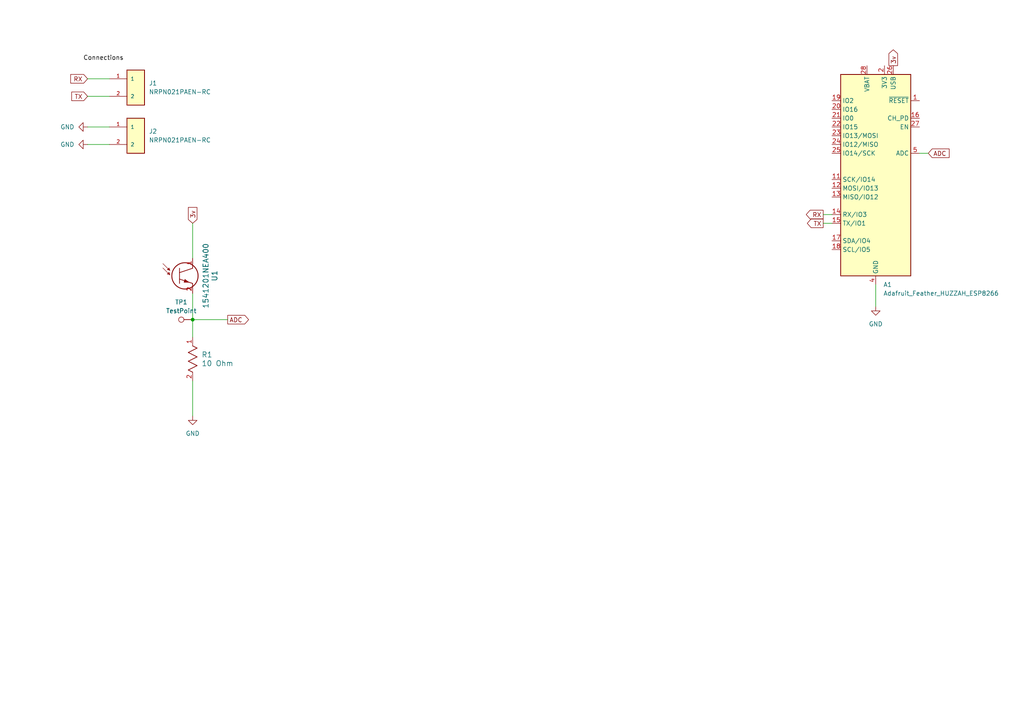
<source format=kicad_sch>
(kicad_sch (version 20230121) (generator eeschema)

  (uuid 7c129059-1ce8-4772-8b12-cd8ce9e96786)

  (paper "A4")

  (lib_symbols
    (symbol "2023-11-14_20-33-36:1541201NEA400" (pin_names (offset 0.254)) (in_bom yes) (on_board yes)
      (property "Reference" "U" (at 2.54 -2.54 0)
        (effects (font (size 1.524 1.524)))
      )
      (property "Value" "1541201NEA400" (at 2.54 -7.62 0)
        (effects (font (size 1.524 1.524)))
      )
      (property "Footprint" "1541201NEA400_WRE" (at 0 0 0)
        (effects (font (size 1.27 1.27) italic) hide)
      )
      (property "Datasheet" "1541201NEA400" (at 0 0 0)
        (effects (font (size 1.27 1.27) italic) hide)
      )
      (property "ki_locked" "" (at 0 0 0)
        (effects (font (size 1.27 1.27)))
      )
      (property "ki_keywords" "1541201NEA400" (at 0 0 0)
        (effects (font (size 1.27 1.27)) hide)
      )
      (property "ki_fp_filters" "1541201NEA400_WRE 1541201NEA400_WRE-M 1541201NEA400_WRE-L" (at 0 0 0)
        (effects (font (size 1.27 1.27)) hide)
      )
      (symbol "1541201NEA400_0_1"
        (circle (center -2.2352 -5.08) (radius 3.81)
          (stroke (width 0.254) (type default))
          (fill (type none))
        )
        (polyline
          (pts
            (xy -6.858 -4.572)
            (xy -8.636 -2.794)
          )
          (stroke (width 0.127) (type default))
          (fill (type none))
        )
        (polyline
          (pts
            (xy -6.858 -3.302)
            (xy -8.636 -1.524)
          )
          (stroke (width 0.127) (type default))
          (fill (type none))
        )
        (polyline
          (pts
            (xy -3.81 -7.2898)
            (xy -3.81 -2.8702)
          )
          (stroke (width 0.2032) (type default))
          (fill (type none))
        )
        (polyline
          (pts
            (xy -3.81 -6.0198)
            (xy 0 -7.2898)
          )
          (stroke (width 0.2032) (type default))
          (fill (type none))
        )
        (polyline
          (pts
            (xy -3.81 -4.1402)
            (xy 0 -2.8702)
          )
          (stroke (width 0.2032) (type default))
          (fill (type none))
        )
        (polyline
          (pts
            (xy 0 -7.62)
            (xy 0 -7.2898)
          )
          (stroke (width 0.2032) (type default))
          (fill (type none))
        )
        (polyline
          (pts
            (xy 0 -2.8702)
            (xy 0 -2.54)
          )
          (stroke (width 0.2032) (type default))
          (fill (type none))
        )
        (polyline
          (pts
            (xy -6.604 -4.826)
            (xy -6.858 -4.064)
            (xy -7.366 -4.572)
          )
          (stroke (width 0) (type default))
          (fill (type outline))
        )
        (polyline
          (pts
            (xy -6.604 -3.556)
            (xy -6.858 -2.794)
            (xy -7.366 -3.302)
          )
          (stroke (width 0) (type default))
          (fill (type outline))
        )
        (polyline
          (pts
            (xy -2.2352 -6.0198)
            (xy -2.54 -6.985)
            (xy -0.9652 -6.985)
          )
          (stroke (width 0.0254) (type default))
          (fill (type outline))
        )
        (pin unspecified line (at 0 0 270) (length 2.54)
          (name "" (effects (font (size 1.27 1.27))))
          (number "1" (effects (font (size 1.27 1.27))))
        )
        (pin unspecified line (at 0 -10.16 90) (length 2.54)
          (name "" (effects (font (size 1.27 1.27))))
          (number "2" (effects (font (size 1.27 1.27))))
        )
      )
    )
    (symbol "2023-11-14_20-57-52:RMCF2512JT10R0" (pin_names (offset 0.254)) (in_bom yes) (on_board yes)
      (property "Reference" "R" (at 5.715 3.81 0)
        (effects (font (size 1.524 1.524)))
      )
      (property "Value" "RMCF2512JT10R0" (at 6.35 -3.81 0)
        (effects (font (size 1.524 1.524)))
      )
      (property "Footprint" "STA_RMCF2512_STP" (at 0 0 0)
        (effects (font (size 1.27 1.27) italic) hide)
      )
      (property "Datasheet" "RMCF2512JT10R0" (at 0 0 0)
        (effects (font (size 1.27 1.27) italic) hide)
      )
      (property "ki_locked" "" (at 0 0 0)
        (effects (font (size 1.27 1.27)))
      )
      (property "ki_keywords" "RMCF2512JT10R0" (at 0 0 0)
        (effects (font (size 1.27 1.27)) hide)
      )
      (property "ki_fp_filters" "STA_RMCF2512_STP STA_RMCF2512_STP-M STA_RMCF2512_STP-L" (at 0 0 0)
        (effects (font (size 1.27 1.27)) hide)
      )
      (symbol "RMCF2512JT10R0_1_1"
        (polyline
          (pts
            (xy 2.54 0)
            (xy 3.175 1.27)
          )
          (stroke (width 0.2032) (type default))
          (fill (type none))
        )
        (polyline
          (pts
            (xy 3.175 1.27)
            (xy 4.445 -1.27)
          )
          (stroke (width 0.2032) (type default))
          (fill (type none))
        )
        (polyline
          (pts
            (xy 4.445 -1.27)
            (xy 5.715 1.27)
          )
          (stroke (width 0.2032) (type default))
          (fill (type none))
        )
        (polyline
          (pts
            (xy 5.715 1.27)
            (xy 6.985 -1.27)
          )
          (stroke (width 0.2032) (type default))
          (fill (type none))
        )
        (polyline
          (pts
            (xy 6.985 -1.27)
            (xy 8.255 1.27)
          )
          (stroke (width 0.2032) (type default))
          (fill (type none))
        )
        (polyline
          (pts
            (xy 8.255 1.27)
            (xy 9.525 -1.27)
          )
          (stroke (width 0.2032) (type default))
          (fill (type none))
        )
        (polyline
          (pts
            (xy 9.525 -1.27)
            (xy 10.16 0)
          )
          (stroke (width 0.2032) (type default))
          (fill (type none))
        )
        (pin unspecified line (at 0 0 0) (length 2.54)
          (name "" (effects (font (size 1.27 1.27))))
          (number "1" (effects (font (size 1.27 1.27))))
        )
        (pin unspecified line (at 12.7 0 180) (length 2.54)
          (name "" (effects (font (size 1.27 1.27))))
          (number "2" (effects (font (size 1.27 1.27))))
        )
      )
      (symbol "RMCF2512JT10R0_1_2"
        (polyline
          (pts
            (xy -1.27 3.175)
            (xy 1.27 4.445)
          )
          (stroke (width 0.2032) (type default))
          (fill (type none))
        )
        (polyline
          (pts
            (xy -1.27 5.715)
            (xy 1.27 6.985)
          )
          (stroke (width 0.2032) (type default))
          (fill (type none))
        )
        (polyline
          (pts
            (xy -1.27 8.255)
            (xy 1.27 9.525)
          )
          (stroke (width 0.2032) (type default))
          (fill (type none))
        )
        (polyline
          (pts
            (xy 0 2.54)
            (xy -1.27 3.175)
          )
          (stroke (width 0.2032) (type default))
          (fill (type none))
        )
        (polyline
          (pts
            (xy 1.27 4.445)
            (xy -1.27 5.715)
          )
          (stroke (width 0.2032) (type default))
          (fill (type none))
        )
        (polyline
          (pts
            (xy 1.27 6.985)
            (xy -1.27 8.255)
          )
          (stroke (width 0.2032) (type default))
          (fill (type none))
        )
        (polyline
          (pts
            (xy 1.27 9.525)
            (xy 0 10.16)
          )
          (stroke (width 0.2032) (type default))
          (fill (type none))
        )
        (pin unspecified line (at 0 12.7 270) (length 2.54)
          (name "" (effects (font (size 1.27 1.27))))
          (number "1" (effects (font (size 1.27 1.27))))
        )
        (pin unspecified line (at 0 0 90) (length 2.54)
          (name "" (effects (font (size 1.27 1.27))))
          (number "2" (effects (font (size 1.27 1.27))))
        )
      )
    )
    (symbol "Connector:TestPoint" (pin_numbers hide) (pin_names (offset 0.762) hide) (in_bom yes) (on_board yes)
      (property "Reference" "TP" (at 0 6.858 0)
        (effects (font (size 1.27 1.27)))
      )
      (property "Value" "TestPoint" (at 0 5.08 0)
        (effects (font (size 1.27 1.27)))
      )
      (property "Footprint" "" (at 5.08 0 0)
        (effects (font (size 1.27 1.27)) hide)
      )
      (property "Datasheet" "~" (at 5.08 0 0)
        (effects (font (size 1.27 1.27)) hide)
      )
      (property "ki_keywords" "test point tp" (at 0 0 0)
        (effects (font (size 1.27 1.27)) hide)
      )
      (property "ki_description" "test point" (at 0 0 0)
        (effects (font (size 1.27 1.27)) hide)
      )
      (property "ki_fp_filters" "Pin* Test*" (at 0 0 0)
        (effects (font (size 1.27 1.27)) hide)
      )
      (symbol "TestPoint_0_1"
        (circle (center 0 3.302) (radius 0.762)
          (stroke (width 0) (type default))
          (fill (type none))
        )
      )
      (symbol "TestPoint_1_1"
        (pin passive line (at 0 0 90) (length 2.54)
          (name "1" (effects (font (size 1.27 1.27))))
          (number "1" (effects (font (size 1.27 1.27))))
        )
      )
    )
    (symbol "MCU_Module:Adafruit_Feather_HUZZAH_ESP8266" (in_bom yes) (on_board yes)
      (property "Reference" "A" (at -10.16 29.21 0)
        (effects (font (size 1.27 1.27)) (justify left))
      )
      (property "Value" "Adafruit_Feather_HUZZAH_ESP8266" (at 2.54 -31.75 0)
        (effects (font (size 1.27 1.27)) (justify left))
      )
      (property "Footprint" "Module:Adafruit_Feather" (at 2.54 -34.29 0)
        (effects (font (size 1.27 1.27)) (justify left) hide)
      )
      (property "Datasheet" "https://cdn-learn.adafruit.com/downloads/pdf/adafruit-feather-huzzah-esp8266.pdf" (at 0 -30.48 0)
        (effects (font (size 1.27 1.27)) hide)
      )
      (property "ki_keywords" "Adafruit feather microcontroller module USB" (at 0 0 0)
        (effects (font (size 1.27 1.27)) hide)
      )
      (property "ki_description" "Microcontroller module with ESP8266 MCU" (at 0 0 0)
        (effects (font (size 1.27 1.27)) hide)
      )
      (property "ki_fp_filters" "Adafruit*Feather*" (at 0 0 0)
        (effects (font (size 1.27 1.27)) hide)
      )
      (symbol "Adafruit_Feather_HUZZAH_ESP8266_0_1"
        (rectangle (start -10.16 27.94) (end 10.16 -30.48)
          (stroke (width 0.254) (type default))
          (fill (type background))
        )
      )
      (symbol "Adafruit_Feather_HUZZAH_ESP8266_1_1"
        (pin input line (at 12.7 20.32 180) (length 2.54)
          (name "~{RESET}" (effects (font (size 1.27 1.27))))
          (number "1" (effects (font (size 1.27 1.27))))
        )
        (pin no_connect line (at 10.16 -7.62 180) (length 2.54) hide
          (name "NC" (effects (font (size 1.27 1.27))))
          (number "10" (effects (font (size 1.27 1.27))))
        )
        (pin bidirectional line (at -12.7 -2.54 0) (length 2.54)
          (name "SCK/IO14" (effects (font (size 1.27 1.27))))
          (number "11" (effects (font (size 1.27 1.27))))
        )
        (pin bidirectional line (at -12.7 -5.08 0) (length 2.54)
          (name "MOSI/IO13" (effects (font (size 1.27 1.27))))
          (number "12" (effects (font (size 1.27 1.27))))
        )
        (pin bidirectional line (at -12.7 -7.62 0) (length 2.54)
          (name "MISO/IO12" (effects (font (size 1.27 1.27))))
          (number "13" (effects (font (size 1.27 1.27))))
        )
        (pin bidirectional line (at -12.7 -12.7 0) (length 2.54)
          (name "RX/IO3" (effects (font (size 1.27 1.27))))
          (number "14" (effects (font (size 1.27 1.27))))
        )
        (pin bidirectional line (at -12.7 -15.24 0) (length 2.54)
          (name "TX/IO1" (effects (font (size 1.27 1.27))))
          (number "15" (effects (font (size 1.27 1.27))))
        )
        (pin bidirectional line (at 12.7 15.24 180) (length 2.54)
          (name "CH_PD" (effects (font (size 1.27 1.27))))
          (number "16" (effects (font (size 1.27 1.27))))
        )
        (pin bidirectional line (at -12.7 -20.32 0) (length 2.54)
          (name "SDA/IO4" (effects (font (size 1.27 1.27))))
          (number "17" (effects (font (size 1.27 1.27))))
        )
        (pin bidirectional line (at -12.7 -22.86 0) (length 2.54)
          (name "SCL/IO5" (effects (font (size 1.27 1.27))))
          (number "18" (effects (font (size 1.27 1.27))))
        )
        (pin bidirectional line (at -12.7 20.32 0) (length 2.54)
          (name "IO2" (effects (font (size 1.27 1.27))))
          (number "19" (effects (font (size 1.27 1.27))))
        )
        (pin power_in line (at 2.54 30.48 270) (length 2.54)
          (name "3V3" (effects (font (size 1.27 1.27))))
          (number "2" (effects (font (size 1.27 1.27))))
        )
        (pin bidirectional line (at -12.7 17.78 0) (length 2.54)
          (name "IO16" (effects (font (size 1.27 1.27))))
          (number "20" (effects (font (size 1.27 1.27))))
        )
        (pin bidirectional line (at -12.7 15.24 0) (length 2.54)
          (name "IO0" (effects (font (size 1.27 1.27))))
          (number "21" (effects (font (size 1.27 1.27))))
        )
        (pin bidirectional line (at -12.7 12.7 0) (length 2.54)
          (name "IO15" (effects (font (size 1.27 1.27))))
          (number "22" (effects (font (size 1.27 1.27))))
        )
        (pin bidirectional line (at -12.7 10.16 0) (length 2.54)
          (name "IO13/MOSI" (effects (font (size 1.27 1.27))))
          (number "23" (effects (font (size 1.27 1.27))))
        )
        (pin bidirectional line (at -12.7 7.62 0) (length 2.54)
          (name "IO12/MISO" (effects (font (size 1.27 1.27))))
          (number "24" (effects (font (size 1.27 1.27))))
        )
        (pin bidirectional line (at -12.7 5.08 0) (length 2.54)
          (name "IO14/SCK" (effects (font (size 1.27 1.27))))
          (number "25" (effects (font (size 1.27 1.27))))
        )
        (pin power_in line (at 5.08 30.48 270) (length 2.54)
          (name "USB" (effects (font (size 1.27 1.27))))
          (number "26" (effects (font (size 1.27 1.27))))
        )
        (pin input line (at 12.7 12.7 180) (length 2.54)
          (name "EN" (effects (font (size 1.27 1.27))))
          (number "27" (effects (font (size 1.27 1.27))))
        )
        (pin power_in line (at -2.54 30.48 270) (length 2.54)
          (name "VBAT" (effects (font (size 1.27 1.27))))
          (number "28" (effects (font (size 1.27 1.27))))
        )
        (pin no_connect line (at 10.16 10.16 180) (length 2.54) hide
          (name "NC" (effects (font (size 1.27 1.27))))
          (number "3" (effects (font (size 1.27 1.27))))
        )
        (pin power_in line (at 0 -33.02 90) (length 2.54)
          (name "GND" (effects (font (size 1.27 1.27))))
          (number "4" (effects (font (size 1.27 1.27))))
        )
        (pin bidirectional line (at 12.7 5.08 180) (length 2.54)
          (name "ADC" (effects (font (size 1.27 1.27))))
          (number "5" (effects (font (size 1.27 1.27))))
        )
        (pin no_connect line (at 10.16 2.54 180) (length 2.54) hide
          (name "NC" (effects (font (size 1.27 1.27))))
          (number "6" (effects (font (size 1.27 1.27))))
        )
        (pin no_connect line (at 10.16 0 180) (length 2.54) hide
          (name "NC" (effects (font (size 1.27 1.27))))
          (number "7" (effects (font (size 1.27 1.27))))
        )
        (pin no_connect line (at 10.16 -2.54 180) (length 2.54) hide
          (name "NC" (effects (font (size 1.27 1.27))))
          (number "8" (effects (font (size 1.27 1.27))))
        )
        (pin no_connect line (at 10.16 -5.08 180) (length 2.54) hide
          (name "NC" (effects (font (size 1.27 1.27))))
          (number "9" (effects (font (size 1.27 1.27))))
        )
      )
    )
    (symbol "NRPN021PAEN-RC:NRPN021PAEN-RC" (pin_names (offset 1.016)) (in_bom yes) (on_board yes)
      (property "Reference" "J" (at -2.542 5.7196 0)
        (effects (font (size 1.27 1.27)) (justify left bottom))
      )
      (property "Value" "NRPN021PAEN-RC" (at -2.541 -7.6232 0)
        (effects (font (size 1.27 1.27)) (justify left bottom))
      )
      (property "Footprint" "NRPN021PAEN-RC:HDRV2W55P200_2X1_420X220H580" (at 0 0 0)
        (effects (font (size 1.27 1.27)) (justify bottom) hide)
      )
      (property "Datasheet" "" (at 0 0 0)
        (effects (font (size 1.27 1.27)) hide)
      )
      (property "PARTREV" "E" (at 0 0 0)
        (effects (font (size 1.27 1.27)) (justify bottom) hide)
      )
      (property "PACKAGE" "Non-shrouded vertical  header" (at 0 0 0)
        (effects (font (size 1.27 1.27)) (justify bottom) hide)
      )
      (property "STANDARD" "IPC-7351B" (at 0 0 0)
        (effects (font (size 1.27 1.27)) (justify bottom) hide)
      )
      (property "MANUFACTURER" "SULLINS" (at 0 0 0)
        (effects (font (size 1.27 1.27)) (justify bottom) hide)
      )
      (symbol "NRPN021PAEN-RC_0_0"
        (rectangle (start -2.54 -5.08) (end 2.54 5.08)
          (stroke (width 0.254) (type default))
          (fill (type background))
        )
        (pin passive line (at -7.62 2.54 0) (length 5.08)
          (name "1" (effects (font (size 1.016 1.016))))
          (number "1" (effects (font (size 1.016 1.016))))
        )
        (pin passive line (at -7.62 -2.54 0) (length 5.08)
          (name "2" (effects (font (size 1.016 1.016))))
          (number "2" (effects (font (size 1.016 1.016))))
        )
      )
    )
    (symbol "power:GND" (power) (pin_names (offset 0)) (in_bom yes) (on_board yes)
      (property "Reference" "#PWR" (at 0 -6.35 0)
        (effects (font (size 1.27 1.27)) hide)
      )
      (property "Value" "GND" (at 0 -3.81 0)
        (effects (font (size 1.27 1.27)))
      )
      (property "Footprint" "" (at 0 0 0)
        (effects (font (size 1.27 1.27)) hide)
      )
      (property "Datasheet" "" (at 0 0 0)
        (effects (font (size 1.27 1.27)) hide)
      )
      (property "ki_keywords" "global power" (at 0 0 0)
        (effects (font (size 1.27 1.27)) hide)
      )
      (property "ki_description" "Power symbol creates a global label with name \"GND\" , ground" (at 0 0 0)
        (effects (font (size 1.27 1.27)) hide)
      )
      (symbol "GND_0_1"
        (polyline
          (pts
            (xy 0 0)
            (xy 0 -1.27)
            (xy 1.27 -1.27)
            (xy 0 -2.54)
            (xy -1.27 -1.27)
            (xy 0 -1.27)
          )
          (stroke (width 0) (type default))
          (fill (type none))
        )
      )
      (symbol "GND_1_1"
        (pin power_in line (at 0 0 270) (length 0) hide
          (name "GND" (effects (font (size 1.27 1.27))))
          (number "1" (effects (font (size 1.27 1.27))))
        )
      )
    )
  )

  (junction (at 55.88 92.71) (diameter 0) (color 0 0 0 0)
    (uuid 5f29c4d1-9401-4b53-a0cd-71db0aff8f93)
  )

  (wire (pts (xy 25.4 41.91) (xy 31.75 41.91))
    (stroke (width 0) (type default))
    (uuid 0feb597c-08ba-4ada-9633-d6e3ef1e311f)
  )
  (wire (pts (xy 254 82.55) (xy 254 88.9))
    (stroke (width 0) (type default))
    (uuid 335aa6b9-9b17-4b38-8852-0220e9d38e5f)
  )
  (wire (pts (xy 55.88 64.77) (xy 55.88 74.93))
    (stroke (width 0) (type default))
    (uuid 378c9abc-a641-4b1d-b6c1-170c9dd34b1d)
  )
  (wire (pts (xy 55.88 85.09) (xy 55.88 92.71))
    (stroke (width 0) (type default))
    (uuid 4f3997c8-bd2c-4cc7-8374-72f7b4e6739b)
  )
  (wire (pts (xy 25.4 36.83) (xy 31.75 36.83))
    (stroke (width 0) (type default))
    (uuid 75cda062-f306-48ec-8c38-a045c143ff50)
  )
  (wire (pts (xy 25.4 22.86) (xy 31.75 22.86))
    (stroke (width 0) (type default))
    (uuid 89daeda6-a60d-4ddf-a85f-eb63e84a6e2d)
  )
  (wire (pts (xy 55.88 92.71) (xy 55.88 97.79))
    (stroke (width 0) (type default))
    (uuid a8fb3abc-6871-4cd4-8635-d31edbbcc122)
  )
  (wire (pts (xy 55.88 110.49) (xy 55.88 120.65))
    (stroke (width 0) (type default))
    (uuid b4e5f7de-adc3-4efc-993b-f1d3cfa8369c)
  )
  (wire (pts (xy 266.7 44.45) (xy 269.24 44.45))
    (stroke (width 0) (type default))
    (uuid daf8d688-3a8a-47ff-9c1f-782a4f6a1480)
  )
  (wire (pts (xy 238.76 64.77) (xy 241.3 64.77))
    (stroke (width 0) (type default))
    (uuid e0e1f799-d887-42f6-a308-038951d0b978)
  )
  (wire (pts (xy 66.04 92.71) (xy 55.88 92.71))
    (stroke (width 0) (type default))
    (uuid e309c86f-9798-4b04-9a7a-69c7a5a47eec)
  )
  (wire (pts (xy 238.76 62.23) (xy 241.3 62.23))
    (stroke (width 0) (type default))
    (uuid e7b32f5a-37b8-4d44-aba0-09b2f822a91e)
  )
  (wire (pts (xy 25.4 27.94) (xy 31.75 27.94))
    (stroke (width 0) (type default))
    (uuid ec353751-1556-4f11-8811-152e1c0c1690)
  )

  (label "Connections" (at 24.13 17.78 0) (fields_autoplaced)
    (effects (font (size 1.27 1.27)) (justify left bottom))
    (uuid a500e85d-fd04-4c46-a148-cd44d8bc4e35)
  )

  (global_label "RX" (shape output) (at 238.76 62.23 180) (fields_autoplaced)
    (effects (font (size 1.27 1.27)) (justify right))
    (uuid 1488d99e-d844-4bd7-aac2-782cdc0736b4)
    (property "Intersheetrefs" "${INTERSHEET_REFS}" (at 233.2953 62.23 0)
      (effects (font (size 1.27 1.27)) (justify right) hide)
    )
  )
  (global_label "ADC" (shape input) (at 269.24 44.45 0) (fields_autoplaced)
    (effects (font (size 1.27 1.27)) (justify left))
    (uuid 7c0fb474-83c1-4c28-a00d-32c58cb67226)
    (property "Intersheetrefs" "${INTERSHEET_REFS}" (at 275.8538 44.45 0)
      (effects (font (size 1.27 1.27)) (justify left) hide)
    )
  )
  (global_label "RX" (shape input) (at 25.4 22.86 180) (fields_autoplaced)
    (effects (font (size 1.27 1.27)) (justify right))
    (uuid 802bdbc1-6c9c-408d-8d13-f9d1da3a2737)
    (property "Intersheetrefs" "${INTERSHEET_REFS}" (at 19.9353 22.86 0)
      (effects (font (size 1.27 1.27)) (justify right) hide)
    )
  )
  (global_label "TX" (shape output) (at 238.76 64.77 180) (fields_autoplaced)
    (effects (font (size 1.27 1.27)) (justify right))
    (uuid 835505cd-a481-476c-9fae-2e81a3c3e176)
    (property "Intersheetrefs" "${INTERSHEET_REFS}" (at 233.5977 64.77 0)
      (effects (font (size 1.27 1.27)) (justify right) hide)
    )
  )
  (global_label "TX" (shape input) (at 25.4 27.94 180) (fields_autoplaced)
    (effects (font (size 1.27 1.27)) (justify right))
    (uuid 8a72e232-bc54-4bbc-88c1-b591e39b5229)
    (property "Intersheetrefs" "${INTERSHEET_REFS}" (at 20.2377 27.94 0)
      (effects (font (size 1.27 1.27)) (justify right) hide)
    )
  )
  (global_label "3v" (shape input) (at 55.88 64.77 90) (fields_autoplaced)
    (effects (font (size 1.27 1.27)) (justify left))
    (uuid bc671f40-06b3-4528-898e-cd8d4ce8a2d1)
    (property "Intersheetrefs" "${INTERSHEET_REFS}" (at 55.88 59.6077 90)
      (effects (font (size 1.27 1.27)) (justify left) hide)
    )
  )
  (global_label "ADC" (shape output) (at 66.04 92.71 0) (fields_autoplaced)
    (effects (font (size 1.27 1.27)) (justify left))
    (uuid bdff31b9-7113-43fd-8ba0-188ade66b6aa)
    (property "Intersheetrefs" "${INTERSHEET_REFS}" (at 72.6538 92.71 0)
      (effects (font (size 1.27 1.27)) (justify left) hide)
    )
  )
  (global_label "3v" (shape output) (at 259.08 19.05 90) (fields_autoplaced)
    (effects (font (size 1.27 1.27)) (justify left))
    (uuid eaa9e3bb-781c-4a7c-b5b3-9d17f52c5e81)
    (property "Intersheetrefs" "${INTERSHEET_REFS}" (at 259.08 13.8877 90)
      (effects (font (size 1.27 1.27)) (justify left) hide)
    )
  )

  (symbol (lib_id "Connector:TestPoint") (at 55.88 92.71 90) (unit 1)
    (in_bom yes) (on_board yes) (dnp no) (fields_autoplaced)
    (uuid 0e1076df-49d6-4c79-80fc-de5795793bd4)
    (property "Reference" "TP1" (at 52.578 87.63 90)
      (effects (font (size 1.27 1.27)))
    )
    (property "Value" "TestPoint" (at 52.578 90.17 90)
      (effects (font (size 1.27 1.27)))
    )
    (property "Footprint" "TestPoint:TestPoint_Loop_D1.80mm_Drill1.0mm_Beaded" (at 55.88 87.63 0)
      (effects (font (size 1.27 1.27)) hide)
    )
    (property "Datasheet" "~" (at 55.88 87.63 0)
      (effects (font (size 1.27 1.27)) hide)
    )
    (pin "1" (uuid 192f263a-1985-435d-847b-4ac89bca3b0f))
    (instances
      (project "Tag"
        (path "/7c129059-1ce8-4772-8b12-cd8ce9e96786"
          (reference "TP1") (unit 1)
        )
      )
    )
  )

  (symbol (lib_id "NRPN021PAEN-RC:NRPN021PAEN-RC") (at 39.37 39.37 0) (unit 1)
    (in_bom yes) (on_board yes) (dnp no)
    (uuid 226364ba-dfed-47fb-be60-c966b6e1f899)
    (property "Reference" "J2" (at 43.18 38.1 0)
      (effects (font (size 1.27 1.27)) (justify left))
    )
    (property "Value" "NRPN021PAEN-RC" (at 43.18 40.64 0)
      (effects (font (size 1.27 1.27)) (justify left))
    )
    (property "Footprint" "Connector_PinHeader_2.00mm:PinHeader_1x02_P2.00mm_Vertical" (at 39.37 39.37 0)
      (effects (font (size 1.27 1.27)) (justify bottom) hide)
    )
    (property "Datasheet" "" (at 39.37 39.37 0)
      (effects (font (size 1.27 1.27)) hide)
    )
    (property "PARTREV" "E" (at 39.37 39.37 0)
      (effects (font (size 1.27 1.27)) (justify bottom) hide)
    )
    (property "PACKAGE" "Non-shrouded vertical  header" (at 39.37 39.37 0)
      (effects (font (size 1.27 1.27)) (justify bottom) hide)
    )
    (property "STANDARD" "IPC-7351B" (at 39.37 39.37 0)
      (effects (font (size 1.27 1.27)) (justify bottom) hide)
    )
    (property "MANUFACTURER" "SULLINS" (at 39.37 39.37 0)
      (effects (font (size 1.27 1.27)) (justify bottom) hide)
    )
    (pin "1" (uuid 51b636ea-e98d-4b1e-9b60-e2bf7ed94146))
    (pin "2" (uuid 69f0d608-6b3b-4c1d-9104-989de0813971))
    (instances
      (project "Tag"
        (path "/7c129059-1ce8-4772-8b12-cd8ce9e96786"
          (reference "J2") (unit 1)
        )
      )
      (project "Beamer"
        (path "/cdc0d4ea-d09b-4651-aa58-8664bd3ee9ef"
          (reference "J1") (unit 1)
        )
      )
    )
  )

  (symbol (lib_id "power:GND") (at 55.88 120.65 0) (unit 1)
    (in_bom yes) (on_board yes) (dnp no) (fields_autoplaced)
    (uuid 5cbe3503-b8de-41fc-901f-838e3012374c)
    (property "Reference" "#PWR02" (at 55.88 127 0)
      (effects (font (size 1.27 1.27)) hide)
    )
    (property "Value" "GND" (at 55.88 125.73 0)
      (effects (font (size 1.27 1.27)))
    )
    (property "Footprint" "" (at 55.88 120.65 0)
      (effects (font (size 1.27 1.27)) hide)
    )
    (property "Datasheet" "" (at 55.88 120.65 0)
      (effects (font (size 1.27 1.27)) hide)
    )
    (pin "1" (uuid a2e68bad-5a78-4254-a76b-11dbf03e2cbc))
    (instances
      (project "Tag"
        (path "/7c129059-1ce8-4772-8b12-cd8ce9e96786"
          (reference "#PWR02") (unit 1)
        )
      )
    )
  )

  (symbol (lib_id "NRPN021PAEN-RC:NRPN021PAEN-RC") (at 39.37 25.4 0) (unit 1)
    (in_bom yes) (on_board yes) (dnp no)
    (uuid 7777f2eb-3f3d-4d67-8d89-94499230680b)
    (property "Reference" "J1" (at 43.18 24.13 0)
      (effects (font (size 1.27 1.27)) (justify left))
    )
    (property "Value" "NRPN021PAEN-RC" (at 43.18 26.67 0)
      (effects (font (size 1.27 1.27)) (justify left))
    )
    (property "Footprint" "Connector_PinHeader_2.00mm:PinHeader_1x02_P2.00mm_Vertical" (at 39.37 25.4 0)
      (effects (font (size 1.27 1.27)) (justify bottom) hide)
    )
    (property "Datasheet" "" (at 39.37 25.4 0)
      (effects (font (size 1.27 1.27)) hide)
    )
    (property "PARTREV" "E" (at 39.37 25.4 0)
      (effects (font (size 1.27 1.27)) (justify bottom) hide)
    )
    (property "PACKAGE" "Non-shrouded vertical  header" (at 39.37 25.4 0)
      (effects (font (size 1.27 1.27)) (justify bottom) hide)
    )
    (property "STANDARD" "IPC-7351B" (at 39.37 25.4 0)
      (effects (font (size 1.27 1.27)) (justify bottom) hide)
    )
    (property "MANUFACTURER" "SULLINS" (at 39.37 25.4 0)
      (effects (font (size 1.27 1.27)) (justify bottom) hide)
    )
    (pin "1" (uuid 9cf00725-54f7-47d9-9a50-4205099f395c))
    (pin "2" (uuid daf9457c-56e6-4d46-a65b-6df34f47befd))
    (instances
      (project "Tag"
        (path "/7c129059-1ce8-4772-8b12-cd8ce9e96786"
          (reference "J1") (unit 1)
        )
      )
      (project "Beamer"
        (path "/cdc0d4ea-d09b-4651-aa58-8664bd3ee9ef"
          (reference "J1") (unit 1)
        )
      )
    )
  )

  (symbol (lib_id "power:GND") (at 25.4 41.91 270) (unit 1)
    (in_bom yes) (on_board yes) (dnp no) (fields_autoplaced)
    (uuid 887b1663-3c4a-484e-ae0a-d2f78d20fc55)
    (property "Reference" "#PWR04" (at 19.05 41.91 0)
      (effects (font (size 1.27 1.27)) hide)
    )
    (property "Value" "GND" (at 21.59 41.91 90)
      (effects (font (size 1.27 1.27)) (justify right))
    )
    (property "Footprint" "" (at 25.4 41.91 0)
      (effects (font (size 1.27 1.27)) hide)
    )
    (property "Datasheet" "" (at 25.4 41.91 0)
      (effects (font (size 1.27 1.27)) hide)
    )
    (pin "1" (uuid 2cd3fc6e-29d3-4f81-99ee-40a1f207a9d6))
    (instances
      (project "Tag"
        (path "/7c129059-1ce8-4772-8b12-cd8ce9e96786"
          (reference "#PWR04") (unit 1)
        )
      )
    )
  )

  (symbol (lib_id "power:GND") (at 25.4 36.83 270) (unit 1)
    (in_bom yes) (on_board yes) (dnp no) (fields_autoplaced)
    (uuid a96135aa-7d27-4c2a-b252-119ab1396cff)
    (property "Reference" "#PWR03" (at 19.05 36.83 0)
      (effects (font (size 1.27 1.27)) hide)
    )
    (property "Value" "GND" (at 21.59 36.83 90)
      (effects (font (size 1.27 1.27)) (justify right))
    )
    (property "Footprint" "" (at 25.4 36.83 0)
      (effects (font (size 1.27 1.27)) hide)
    )
    (property "Datasheet" "" (at 25.4 36.83 0)
      (effects (font (size 1.27 1.27)) hide)
    )
    (pin "1" (uuid 5394a6e1-0ccc-491c-8a9d-ad1c89eeed6a))
    (instances
      (project "Tag"
        (path "/7c129059-1ce8-4772-8b12-cd8ce9e96786"
          (reference "#PWR03") (unit 1)
        )
      )
    )
  )

  (symbol (lib_id "2023-11-14_20-57-52:RMCF2512JT10R0") (at 55.88 97.79 270) (unit 1)
    (in_bom yes) (on_board yes) (dnp no) (fields_autoplaced)
    (uuid b4199801-7ec1-47b8-9df5-0a7499adbca9)
    (property "Reference" "R1" (at 58.42 102.87 90)
      (effects (font (size 1.524 1.524)) (justify left))
    )
    (property "Value" "10 Ohm" (at 58.42 105.41 90)
      (effects (font (size 1.524 1.524)) (justify left))
    )
    (property "Footprint" "Resistor_SMD:R_0603_1608Metric_Pad0.98x0.95mm_HandSolder" (at 55.88 97.79 0)
      (effects (font (size 1.27 1.27) italic) hide)
    )
    (property "Datasheet" "RMCF2512JT10R0" (at 55.88 97.79 0)
      (effects (font (size 1.27 1.27) italic) hide)
    )
    (pin "1" (uuid f228977d-974b-46a8-941c-135eefd2a030))
    (pin "2" (uuid 90924a57-de74-4c9e-926f-00d967640f0f))
    (instances
      (project "Tag"
        (path "/7c129059-1ce8-4772-8b12-cd8ce9e96786"
          (reference "R1") (unit 1)
        )
      )
    )
  )

  (symbol (lib_id "2023-11-14_20-33-36:1541201NEA400") (at 55.88 74.93 0) (unit 1)
    (in_bom yes) (on_board yes) (dnp no) (fields_autoplaced)
    (uuid c1ab9c25-6001-4e51-98bb-4a54241603a7)
    (property "Reference" "U1" (at 62.23 80.01 90)
      (effects (font (size 1.524 1.524)))
    )
    (property "Value" "1541201NEA400" (at 59.69 80.01 90)
      (effects (font (size 1.524 1.524)))
    )
    (property "Footprint" "Resistor_SMD:R_1206_3216Metric_Pad1.30x1.75mm_HandSolder" (at 55.88 74.93 0)
      (effects (font (size 1.27 1.27) italic) hide)
    )
    (property "Datasheet" "1541201NEA400" (at 55.88 74.93 0)
      (effects (font (size 1.27 1.27) italic) hide)
    )
    (pin "1" (uuid 42e47148-895c-49f2-ab0e-16a096813275))
    (pin "2" (uuid d05ad5e6-c62b-4916-a180-833aad0972f9))
    (instances
      (project "Tag"
        (path "/7c129059-1ce8-4772-8b12-cd8ce9e96786"
          (reference "U1") (unit 1)
        )
      )
    )
  )

  (symbol (lib_id "power:GND") (at 254 88.9 0) (unit 1)
    (in_bom yes) (on_board yes) (dnp no) (fields_autoplaced)
    (uuid c46d97cb-6ed6-4a10-ad17-f8e3f5ea4e34)
    (property "Reference" "#PWR01" (at 254 95.25 0)
      (effects (font (size 1.27 1.27)) hide)
    )
    (property "Value" "GND" (at 254 93.98 0)
      (effects (font (size 1.27 1.27)))
    )
    (property "Footprint" "" (at 254 88.9 0)
      (effects (font (size 1.27 1.27)) hide)
    )
    (property "Datasheet" "" (at 254 88.9 0)
      (effects (font (size 1.27 1.27)) hide)
    )
    (pin "1" (uuid 6f588fc4-f986-4ecc-8b13-ca8ab21bbf88))
    (instances
      (project "Tag"
        (path "/7c129059-1ce8-4772-8b12-cd8ce9e96786"
          (reference "#PWR01") (unit 1)
        )
      )
    )
  )

  (symbol (lib_id "MCU_Module:Adafruit_Feather_HUZZAH_ESP8266") (at 254 49.53 0) (unit 1)
    (in_bom yes) (on_board yes) (dnp no) (fields_autoplaced)
    (uuid eed12a9e-aa90-4c2f-adc4-d71cc18c9e24)
    (property "Reference" "A1" (at 256.1941 82.55 0)
      (effects (font (size 1.27 1.27)) (justify left))
    )
    (property "Value" "Adafruit_Feather_HUZZAH_ESP8266" (at 256.1941 85.09 0)
      (effects (font (size 1.27 1.27)) (justify left))
    )
    (property "Footprint" "Module:Adafruit_Feather" (at 256.54 83.82 0)
      (effects (font (size 1.27 1.27)) (justify left) hide)
    )
    (property "Datasheet" "https://cdn-learn.adafruit.com/downloads/pdf/adafruit-feather-huzzah-esp8266.pdf" (at 254 80.01 0)
      (effects (font (size 1.27 1.27)) hide)
    )
    (pin "1" (uuid d5a265a3-f4e4-4bde-8cdd-804bb67365f6))
    (pin "10" (uuid 6fad574f-dc5a-4265-83f5-4046363ef504))
    (pin "11" (uuid 73f1a3b7-1003-4afe-a8f9-868e2e9287a4))
    (pin "12" (uuid cf3416d9-1b8c-4b93-a96f-0e385fca1c17))
    (pin "13" (uuid 7afb5042-4625-4ba8-93cf-b8209395fcc6))
    (pin "14" (uuid 4ed03668-a7b1-4cd0-9ef0-6e393948559b))
    (pin "15" (uuid a2afc33f-1271-4bf1-b9b6-3df19251a71d))
    (pin "16" (uuid a9d5f5d5-a55d-4282-8f4f-c10fea0d11eb))
    (pin "17" (uuid 78824289-793b-49b2-800e-8778cff0a70d))
    (pin "18" (uuid c96a9a0d-6bf0-4e06-85f3-89e3f36cda62))
    (pin "19" (uuid 958f3d45-2c36-412a-bb02-cea9f7900a7e))
    (pin "2" (uuid 068ec0cc-8930-479a-b9a1-034d28fe777c))
    (pin "20" (uuid 37fff44f-9573-4ad0-b9e7-1cd5eb895025))
    (pin "21" (uuid 2cdf4315-89a3-469b-94f5-03bf998899d2))
    (pin "22" (uuid 371a8cc5-4117-4b0f-b508-1ec3e40be8b1))
    (pin "23" (uuid 4fbf1400-4806-4188-84c1-20faf1b4817c))
    (pin "24" (uuid 94785287-d433-4125-8449-54ca0c70c92b))
    (pin "25" (uuid 07ecc66d-714f-4003-8b04-d4cecd61ee99))
    (pin "26" (uuid 73a3402d-0634-49ac-971f-3c9e2b15b2db))
    (pin "27" (uuid 98566db1-7693-402c-bbaf-8004611ae3be))
    (pin "28" (uuid cbf6e9a9-7b8a-42e8-a0b0-23652275ad7f))
    (pin "3" (uuid 3ddec41f-7fb9-4d6e-bfc5-9563f910f6b4))
    (pin "4" (uuid d71ab94b-b97d-415e-86b6-792fccbe106d))
    (pin "5" (uuid 35c682e0-35da-4f61-90cf-597e0c0d0f18))
    (pin "6" (uuid 0a613bbd-7ad4-4436-ac40-78b86db0810d))
    (pin "7" (uuid 02dc01f3-03b2-4a74-a1a6-69641fee65d7))
    (pin "8" (uuid d74fe05d-ac8e-4278-9782-d01bdf620443))
    (pin "9" (uuid b5ff52f9-ed02-4c53-9073-350e48b545ef))
    (instances
      (project "Tag"
        (path "/7c129059-1ce8-4772-8b12-cd8ce9e96786"
          (reference "A1") (unit 1)
        )
      )
    )
  )

  (sheet_instances
    (path "/" (page "1"))
  )
)

</source>
